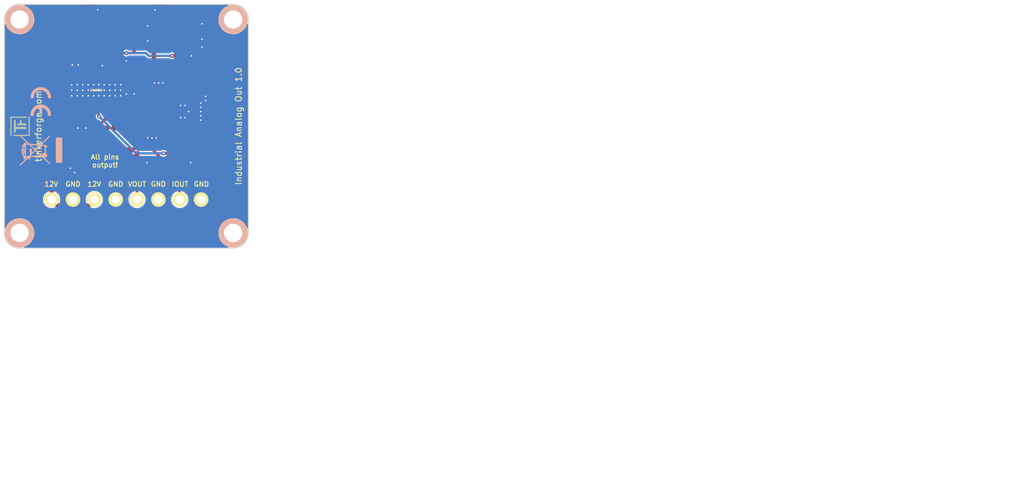
<source format=kicad_pcb>
(kicad_pcb (version 20221018) (generator pcbnew)
  (title_block (title "Industrial Analog Out") (date "Mi 01 Apr 2015") (rev "1.0") (company "Tinkerforge GmbH") (comment 1 "Copyright (©) 2015, B.Nordmeyer <bastian@tinkerforge.com>"))
  (layers (0 "F.Cu" signal) (31 "B.Cu" signal) (34 "B.Paste" user) (35 "F.Paste" user) (36 "B.SilkS" user "B.Silkscreen") (37 "F.SilkS" user "F.Silkscreen") (38 "B.Mask" user) (39 "F.Mask" user) (44 "Edge.Cuts" user))
  (net 0 "")
  (net 1 "3V3")
  (net 2 "GND")
  (net 3 "+5V")
  (net 4 "Net-(P1-Pad4)")
  (net 5 "Net-(P1-Pad5)")
  (net 6 "Net-(P1-Pad6)")
  (net 7 "Net-(P1-Pad7)")
  (net 8 "Net-(P1-Pad8)")
  (net 9 "Net-(P1-Pad9)")
  (net 10 "Net-(P1-Pad10)")
  (net 11 "+12V")
  (net 12 "Net-(D2-Pad3)")
  (net 13 "Net-(D3-Pad3)")
  (net 14 "Net-(D4-Pad1)")
  (net 15 "Net-(R4-Pad2)")
  (net 16 "Net-(R5-Pad1)")
  (net 17 "Net-(R6-Pad2)")
  (net 18 "Net-(R8-Pad2)")
  (net 19 "Net-(D1-Pad1)")
  (net 20 "Net-(R1-Pad2)")
  (net 21 "Net-(C2-Pad2)")
  (net 22 "Net-(C4-Pad1)")
  (net 23 "Net-(C4-Pad2)")
  (net 24 "Net-(C8-Pad1)")
  (net 25 "Net-(C11-Pad1)")
  (net 26 "Net-(C11-Pad2)")
  (net 27 "Net-(L4-Pad2)")
  (net 28 "Net-(U2-Pad7)")
  (net 29 "Net-(U3-Pad18)")
  (net 30 "Net-(U3-Pad20)")
  (footprint "tinkerforge:Fiducial_Mark" (layer "F.Cu") (at 117.1 112.5)
    (fp_text reference "Fiducial_Mark" hide)
    (fp_text value "VAL**" hide)
  )
  (footprint "tinkerforge:Fiducial_Mark" (layer "F.Cu") (at 154.1 87.5)
    (fp_text reference "Fiducial_Mark" hide)
    (fp_text value "VAL**" hide)
  )
  (footprint "tinkerforge:Fiducial_Mark" (layer "F.Cu") (at 117.1 87.5)
    (fp_text reference "Fiducial_Mark" hide)
    (fp_text value "VAL**" hide)
  )
  (footprint "logo:Logo_31x31" (layer "F.Cu") (at 116.6 101.6 90)
    (fp_text reference "G***" hide)
    (fp_text value "Logo_31x31" hide)
  )
  (footprint "kicad-libraries:SOD-123" (layer "F.Cu") (at 144.3 95 180)
    (fp_text reference "D1")
    (fp_text value "B0520LW")
  )
  (footprint "kicad-libraries:SOT23-3" (layer "F.Cu") (at 137.3 107)
    (fp_text reference "D2")
    (fp_text value "DESD1P0RFW")
  )
  (footprint "kicad-libraries:SOT23-3" (layer "F.Cu") (at 144.3 107)
    (fp_text reference "D3")
    (fp_text value "DESD1P0RFW")
  )
  (footprint "kicad-libraries:SOD-323" (layer "F.Cu") (at 125.1 107.6)
    (fp_text reference "D4")
    (fp_text value "CDSOD323-T15SC")
  )
  (footprint "kicad-libraries:CON-SENSOR" (layer "F.Cu") (at 135.6 80 180)
    (fp_text reference "P1")
    (fp_text value "CON-SENSOR")
  )
  (footprint "kicad-libraries:OQ_8P" (layer "F.Cu") (at 135.6 112.025)
    (fp_text reference "P2")
    (fp_text value "CONN_8")
  )
  (footprint "kicad-libraries:SOIC8" (layer "F.Cu") (at 146.5 85.1 90)
    (fp_text reference "U2")
    (fp_text value "M24C64")
  )
  (footprint "kicad-libraries:TSSOP24-44-PWR" (layer "F.Cu") (at 130.7 94.1 180)
    (fp_text reference "U3")
    (fp_text value "DACX760")
  )
  (footprint "kicad-libraries:DRILL_NP" (layer "F.Cu") (at 118.1 117.5)
    (fp_text reference "U4" hide)
    (fp_text value "DRILL" hide)
  )
  (footprint "kicad-libraries:DRILL_NP" (layer "F.Cu") (at 153.1 117.5)
    (fp_text reference "U5" hide)
    (fp_text value "DRILL" hide)
  )
  (footprint "kicad-libraries:DRILL_NP" (layer "F.Cu") (at 153.1 82.5)
    (fp_text reference "U6" hide)
    (fp_text value "DRILL" hide)
  )
  (footprint "kicad-libraries:DRILL_NP" (layer "F.Cu") (at 118.1 82.5)
    (fp_text reference "U7" hide)
    (fp_text value "DRILL" hide)
  )
  (footprint "kicad-libraries:SOT23-5" (layer "F.Cu") (at 147.8 97.6 -90)
    (fp_text reference "U1")
    (fp_text value "LMR62014X")
  )
  (footprint "kicad-libraries:NR3030" (layer "F.Cu") (at 147.8 92.5)
    (fp_text reference "L2")
    (fp_text value "10µH")
  )
  (footprint "kicad-libraries:C0805" (layer "F.Cu") (at 140.9 91.1 90)
    (fp_text reference "C1")
    (fp_text value "4.7µF")
  )
  (footprint "kicad-libraries:C0805" (layer "F.Cu") (at 148.8 95.1)
    (fp_text reference "C2")
    (fp_text value "4.7µF")
  )
  (footprint "kicad-libraries:C0603" (layer "F.Cu") (at 144.6 88.4)
    (fp_text reference "C3")
    (fp_text value "100nF")
  )
  (footprint "kicad-libraries:C0603" (layer "F.Cu") (at 144.5 99.9)
    (fp_text reference "C4")
    (fp_text value "270pF")
  )
  (footprint "kicad-libraries:C0805" (layer "F.Cu") (at 143.9 97.6 180)
    (fp_text reference "C5")
    (fp_text value "4.7µF")
  )
  (footprint "kicad-libraries:C0603" (layer "F.Cu") (at 133.9 89.3)
    (fp_text reference "C6")
    (fp_text value "100nF")
  )
  (footprint "kicad-libraries:C0805" (layer "F.Cu") (at 139.8 100.1 90)
    (fp_text reference "C7")
    (fp_text value "4.7µF")
  )
  (footprint "kicad-libraries:C0603" (layer "F.Cu") (at 128.3 99.5 -90)
    (fp_text reference "C8")
    (fp_text value "100nF")
  )
  (footprint "kicad-libraries:C0603" (layer "F.Cu") (at 136.9 96.3 -90)
    (fp_text reference "C9")
    (fp_text value "100nF")
  )
  (footprint "kicad-libraries:C0603" (layer "F.Cu") (at 135.6 96.3 -90)
    (fp_text reference "C10")
    (fp_text value "100pF")
  )
  (footprint "kicad-libraries:C0603" (layer "F.Cu") (at 130 99.5 90)
    (fp_text reference "C11")
    (fp_text value "1nF")
  )
  (footprint "kicad-libraries:C0603" (layer "F.Cu") (at 143.2 90.1 180)
    (fp_text reference "L1")
    (fp_text value "FB")
  )
  (footprint "kicad-libraries:C0603" (layer "F.Cu") (at 140.6 97.6)
    (fp_text reference "L3")
    (fp_text value "FB")
  )
  (footprint "kicad-libraries:C0603" (layer "F.Cu") (at 137.3 103.7 90)
    (fp_text reference "L4")
    (fp_text value "FB")
  )
  (footprint "kicad-libraries:R0603" (layer "F.Cu") (at 150.4 97.6 -90)
    (fp_text reference "R1")
    (fp_text value "1M")
  )
  (footprint "kicad-libraries:R0603" (layer "F.Cu") (at 147.4 99.9)
    (fp_text reference "R2")
    (fp_text value "13.3k")
  )
  (footprint "kicad-libraries:R0603" (layer "F.Cu") (at 144.5 101.2)
    (fp_text reference "R3")
    (fp_text value "118k")
  )
  (footprint "kicad-libraries:R0603" (layer "F.Cu") (at 133.9 88 180)
    (fp_text reference "R4")
    (fp_text value "10k")
  )
  (footprint "kicad-libraries:R0603" (layer "F.Cu") (at 127 99.5 -90)
    (fp_text reference "R5")
    (fp_text value "DNP")
  )
  (footprint "kicad-libraries:R0603" (layer "F.Cu") (at 133.6 99.5 90)
    (fp_text reference "R6")
    (fp_text value "15")
  )
  (footprint "kicad-libraries:R0603" (layer "F.Cu") (at 132.3 99.5 90)
    (fp_text reference "R7")
    (fp_text value "15")
  )
  (footprint "kicad-libraries:R0603" (layer "F.Cu") (at 143.4 104.45 180)
    (fp_text reference "R8")
    (fp_text value "10")
  )
  (footprint "kicad-libraries:C1206" (layer "F.Cu") (at 125.275 105.025 180)
    (fp_text reference "F1")
    (fp_text value "OZCJ0035FF2G")
  )
  (footprint "kicad-libraries:WEEE_7mm_back" (layer "B.Cu") (at 121.575 103.975 90)
    (fp_text reference "VAL" hide)
    (fp_text value "WEEE_7mm_back" hide)
  )
  (footprint "kicad-libraries:CE_5mm" (layer "B.Cu") (at 121.575 95.975 -90)
    (fp_text reference "VAL" hide)
    (fp_text value "CE_5mm" hide)
  )
  (gr_arc (start 155.6 117.5) (mid 154.867767 119.267767) (end 153.1 120) (stroke (width 0.15)) (layer "Edge.Cuts"))
  (gr_arc (start 115.6 82.5) (mid 116.332233 80.732233) (end 118.1 80) (stroke (width 0.15)) (layer "Edge.Cuts"))
  (gr_line (start 118.1 120) (end 153.1 120) (stroke (width 0.15)) (layer "Edge.Cuts"))
  (gr_arc (start 118.1 120) (mid 116.332233 119.267767) (end 115.6 117.5) (stroke (width 0.15)) (layer "Edge.Cuts"))
  (gr_arc (start 153.1 80) (mid 154.867767 80.732233) (end 155.6 82.5) (stroke (width 0.15)) (layer "Edge.Cuts"))
  (gr_line (start 115.6 82.5) (end 115.6 117.5) (stroke (width 0.15)) (layer "Edge.Cuts"))
  (gr_line (start 153.1 80) (end 118.1 80) (stroke (width 0.15)) (layer "Edge.Cuts"))
  (gr_line (start 155.6 117.5) (end 155.6 82.5) (stroke (width 0.15)) (layer "Edge.Cuts"))
  (gr_text "VOUT" (at 137.35 109.5) (layer "F.SilkS") (effects (font (size 0.8 0.8))))
  (gr_text "Industrial Analog Out 1.0" (at 154 100 90) (layer "F.SilkS") (effects (font (size 1 1))))
  (gr_text "12V" (at 123.3 109.5) (layer "F.SilkS") (effects (font (size 0.8 0.8))))
  (gr_text "IOUT" (at 144.4 109.5) (layer "F.SilkS") (effects (font (size 0.8 0.8))))
  (gr_text "GND" (at 147.9 109.5) (layer "F.SilkS") (effects (font (size 0.8 0.8))))
  (gr_text "All pins\noutput!" (at 132.1 105.7) (layer "F.SilkS") (effects (font (size 0.8 0.8))))
  (gr_text "GND" (at 140.85 109.5) (layer "F.SilkS") (effects (font (size 0.8 0.8))))
  (gr_text "GND" (at 133.85 109.5) (layer "F.SilkS") (effects (font (size 0.8 0.8))))
  (gr_text "12V" (at 130.35 109.5) (layer "F.SilkS") (effects (font (size 0.8 0.8))))
  (gr_text "GND" (at 126.85 109.5) (layer "F.SilkS") (effects (font (size 0.8 0.8))))
  (gr_text "tinkerforge.com" (at 121.2 100 90) (layer "F.SilkS") (effects (font (size 1 1))))
  (segment (start 133.62354 89.82364) (end 133.0999 89.3) (width 0.4) (layer "F.Cu") (net 1))
  (segment (start 134.65 88) (end 133.35 89.3) (width 0.4) (layer "F.Cu") (net 1))
  (segment (start 133.35 89.3) (end 133.0999 89.3) (width 0.4) (layer "F.Cu") (net 1))
  (segment (start 138.09936 86.45064) (end 136.55 88) (width 0.4) (layer "F.Cu") (net 1))
  (segment (start 136.55 88) (end 135.6 88) (width 0.4) (layer "F.Cu") (net 1))
  (segment (start 143.8249 87.02484) (end 143.80252 87.00246) (width 0.4) (layer "F.Cu") (net 1))
  (segment (start 143.8249 88.45) (end 143.075 88.45) (width 0.4) (layer "F.Cu") (net 1))
  (segment (start 133.62354 91.17646) (end 133.62354 89.82364) (width 0.4) (layer "F.Cu") (net 1))
  (segment (start 143.8249 88.45) (end 143.8249 87.02484) (width 0.4) (layer "F.Cu") (net 1))
  (segment (start 134.7001 88) (end 134.65 88) (width 0.4) (layer "F.Cu") (net 1))
  (segment (start 138.09936 84.7752) (end 138.09936 86.45064) (width 0.4) (layer "F.Cu") (net 1))
  (segment (start 135.6 88) (end 134.7001 88) (width 0.4) (layer "F.Cu") (net 1))
  (via (at 143.075 88.45) (size 0.7) (drill 0.25) (layers "F.Cu" "B.Cu") (net 1))
  (via (at 135.6 88) (size 0.7) (drill 0.25) (layers "F.Cu" "B.Cu") (net 1))
  (segment (start 139.25 88.45) (end 138.8 88) (width 0.4) (layer "B.Cu") (net 1))
  (segment (start 138.8 88) (end 135.6 88) (width 0.4) (layer "B.Cu") (net 1))
  (segment (start 143.075 88.45) (end 139.25 88.45) (width 0.4) (layer "B.Cu") (net 1))
  (segment (start 133.62354 96.07646) (end 134.2001 95.4999) (width 0.4) (layer "F.Cu") (net 2))
  (segment (start 134.2001 95.4999) (end 135.6 95.4999) (width 0.4) (layer "F.Cu") (net 2))
  (segment (start 134.27378 89.72632) (end 134.7001 89.3) (width 0.4) (layer "F.Cu") (net 2))
  (segment (start 127.77646 90.02646) (end 127.7 89.95) (width 0.4) (layer "F.Cu") (net 2))
  (segment (start 127.12622 90.32622) (end 126.75 89.95) (width 0.4) (layer "F.Cu") (net 2))
  (segment (start 131.67282 90.07718) (end 131.675 90.075) (width 0.4) (layer "F.Cu") (net 2))
  (segment (start 132.32306 90.72306) (end 131.675 90.075) (width 0.4) (layer "F.Cu") (net 2))
  (segment (start 131.02258 90.72742) (end 131.675 90.075) (width 0.4) (layer "F.Cu") (net 2))
  (segment (start 128.9499 100.3001) (end 128.95 100.3) (width 0.4) (layer "F.Cu") (net 2))
  (segment (start 129.07694 100.17306) (end 128.95 100.3) (width 0.4) (layer "F.Cu") (net 2))
  (segment (start 127.6499 100.3001) (end 127.65 100.3) (width 0.4) (layer "F.Cu") (net 2))
  (segment (start 127.6501 100.3001) (end 127.65 100.3) (width 0.4) (layer "F.Cu") (net 2))
  (segment (start 140.85018 109.80018) (end 138.189 107.139) (width 0.7) (layer "F.Cu") (net 2))
  (segment (start 138.189 107.139) (end 138.189 105.984) (width 0.7) (layer "F.Cu") (net 2))
  (segment (start 138.991 105.984) (end 139 105.975) (width 0.7) (layer "F.Cu") (net 2))
  (segment (start 147.85042 110.60042) (end 145.725 108.475) (width 0.7) (layer "F.Cu") (net 2))
  (segment (start 145.725 108.475) (end 145.725 106.52) (width 0.7) (layer "F.Cu") (net 2))
  (segment (start 145.725 106.52) (end 145.189 105.984) (width 0.7) (layer "F.Cu") (net 2))
  (segment (start 146.116 105.984) (end 146.125 105.975) (width 0.7) (layer "F.Cu") (net 2))
  (segment (start 133.84994 111.62494) (end 131.55 109.325) (width 0.7) (layer "F.Cu") (net 2))
  (segment (start 131.55 109.325) (end 127.225 109.325) (width 0.7) (layer "F.Cu") (net 2))
  (segment (start 127.225 109.325) (end 126.4208 108.5208) (width 0.7) (layer "F.Cu") (net 2))
  (segment (start 126.4208 108.5208) (end 126.4208 107.6) (width 0.7) (layer "F.Cu") (net 2))
  (segment (start 126.8497 108.9497) (end 126.4208 108.5208) (width 0.7) (layer "F.Cu") (net 2))
  (segment (start 126.4208 106.9042) (end 126.425 106.9) (width 0.7) (layer "F.Cu") (net 2))
  (segment (start 139.10012 85.99988) (end 139.1 86) (width 0.7) (layer "F.Cu") (net 2))
  (segment (start 139.10012 83.55012) (end 139.1 83.55) (width 0.7) (layer "F.Cu") (net 2))
  (segment (start 147.97746 87.00246) (end 147.975 87) (width 0.4) (layer "F.Cu") (net 2))
  (segment (start 147.98246 85.73246) (end 147.975 85.725) (width 0.4) (layer "F.Cu") (net 2))
  (segment (start 147.97746 83.19754) (end 147.975 83.2) (width 0.4) (layer "F.Cu") (net 2))
  (segment (start 131.02258 93.77742) (end 130.7 94.1) (width 0.4) (layer "F.Cu") (net 2))
  (segment (start 131.67282 93.12718) (end 130.7 94.1) (width 0.4) (layer "F.Cu") (net 2))
  (segment (start 127.77646 92.85146) (end 129.025 94.1) (width 0.4) (layer "F.Cu") (net 2))
  (segment (start 129.025 94.1) (end 130.7 94.1) (width 0.4) (layer "F.Cu") (net 2))
  (segment (start 127.12622 92.52622) (end 128.7 94.1) (width 0.4) (layer "F.Cu") (net 2))
  (segment (start 128.7 94.1) (end 130.7 94.1) (width 0.4) (layer "F.Cu") (net 2))
  (segment (start 133.62354 95.72354) (end 132 94.1) (width 0.4) (layer "F.Cu") (net 2))
  (segment (start 132 94.1) (end 130.7 94.1) (width 0.4) (layer "F.Cu") (net 2))
  (segment (start 132.32306 92.47694) (end 130.7 94.1) (width 0.4) (layer "F.Cu") (net 2))
  (segment (start 130.25 94.1) (end 129.35 95) (width 0.7) (layer "F.Cu") (net 2))
  (segment (start 130.7 94.55) (end 130.25 95) (width 0.7) (layer "F.Cu") (net 2))
  (segment (start 130.7 94.625) (end 131.075 95) (width 0.7) (layer "F.Cu") (net 2))
  (segment (start 131.075 94.1) (end 131.975 95) (width 0.7) (layer "F.Cu") (net 2))
  (segment (start 131.075 94.1) (end 131.975 93.2) (width 0.7) (layer "F.Cu") (net 2))
  (segment (start 130.7 93.575) (end 131.075 93.2) (width 0.7) (layer "F.Cu") (net 2))
  (segment (start 130.7 93.65) (end 130.25 93.2) (width 0.7) (layer "F.Cu") (net 2))
  (segment (start 130.25 94.1) (end 129.35 93.2) (width 0.7) (layer "F.Cu") (net 2))
  (segment (start 129.35 94.1) (end 128.45 93.2) (width 0.7) (layer "F.Cu") (net 2))
  (segment (start 130.9 80.9) (end 130.89916 80.89916) (width 0.254) (layer "F.Cu") (net 2))
  (segment (start 130.89916 80.89916) (end 129.80118 80.89916) (width 0.254) (layer "F.Cu") (net 2))
  (segment (start 140.3 80.9) (end 140.30084 80.89916) (width 0.254) (layer "F.Cu") (net 2))
  (segment (start 140.30084 80.89916) (end 141.39882 80.89916) (width 0.254) (layer "F.Cu") (net 2))
  (segment (start 147.79924 96.19924) (end 147.8 96.2) (width 0.7) (layer "F.Cu") (net 2))
  (segment (start 147.9 95.1) (end 148.6 95.8) (width 0.7) (layer "F.Cu") (net 2))
  (segment (start 144.90076 97.00076) (end 144.5 96.6) (width 0.7) (layer "F.Cu") (net 2))
  (segment (start 144.90076 96.89924) (end 145.2 96.6) (width 0.7) (layer "F.Cu") (net 2))
  (segment (start 144.90076 98.19924) (end 144.5 98.6) (width 0.7) (layer "F.Cu") (net 2))
  (segment (start 144.90076 98.30076) (end 145.2 98.6) (width 0.7) (layer "F.Cu") (net 2))
  (segment (start 148.2001 99.4001) (end 147.8 99) (width 0.7) (layer "F.Cu") (net 2))
  (segment (start 140.5 101.80076) (end 140.5 101.9) (width 0.7) (layer "F.Cu") (net 2))
  (segment (start 139.1 101.80076) (end 139.1 101.9) (width 0.7) (layer "F.Cu") (net 2))
  (segment (start 140.9 92.2) (end 141.6 92.9) (width 0.7) (layer "F.Cu") (net 2))
  (segment (start 140.9 92.2) (end 140.2 92.9) (width 0.7) (layer "F.Cu") (net 2))
  (segment (start 147.79924 95.1) (end 147.79924 95.10076) (width 0.7) (layer "F.Cu") (net 2))
  (segment (start 134.675 95) (end 133.775 95) (width 0.7) (layer "F.Cu") (net 2))
  (segment (start 147.79924 95.1) (end 147.79924 96.19924) (width 0.7) (layer "F.Cu") (net 2))
  (segment (start 130.7 94.1) (end 130.7 93.65) (width 0.7) (layer "F.Cu") (net 2))
  (segment (start 147.97746 87.00246) (end 149.19748 87.00246) (width 0.4) (layer "F.Cu") (net 2))
  (segment (start 132.32306 91.17646) (end 132.32306 92.47694) (width 0.4) (layer "F.Cu") (net 2))
  (segment (start 127.6499 100.3001) (end 127 100.3001) (width 0.4) (layer "F.Cu") (net 2))
  (segment (start 140.9 92.10076) (end 140.9 92.9) (width 0.7) (layer "F.Cu") (net 2))
  (segment (start 127.77646 90.02646) (end 127.77646 91.17646) (width 0.4) (layer "F.Cu") (net 2))
  (segment (start 132.32306 91.17646) (end 132.32306 90.72306) (width 0.4) (layer "F.Cu") (net 2))
  (segment (start 139.10012 84.7752) (end 139.10012 83.55012) (width 0.7) (layer "F.Cu") (net 2))
  (segment (start 133.775 95) (end 133.775 94.1) (width 0.7) (layer "F.Cu") (net 2))
  (segment (start 134.675 93.2) (end 133.775 93.2) (width 0.7) (layer "F.Cu") (net 2))
  (segment (start 127.12622 90.32622) (end 127.12622 91.17646) (width 0.4) (layer "F.Cu") (net 2))
  (segment (start 133.84994 112.025) (end 133.84994 111.62494) (width 0.7) (layer "F.Cu") (net 2))
  (segment (start 126.65 93.2) (end 127.55 93.2) (width 0.7) (layer "F.Cu") (net 2))
  (segment (start 139.8 101.10076) (end 139.8 101.9) (width 0.7) (layer "F.Cu") (net 2))
  (segment (start 147.79924 95.1) (end 147.9 95.1) (width 0.7) (layer "F.Cu") (net 2))
  (segment (start 138.189 105.984) (end 138.991 105.984) (width 0.7) (layer "F.Cu") (net 2))
  (segment (start 126.4208 107.6) (end 126.4208 106.9042) (width 0.7) (layer "F.Cu") (net 2))
  (segment (start 146.60112 97.6) (end 145.8 97.6) (width 0.7) (layer "F.Cu") (net 2))
  (segment (start 129.07694 97.02354) (end 129.07694 100.17306) (width 0.4) (layer "F.Cu") (net 2))
  (segment (start 127.55 94.1) (end 130.7 94.1) (width 0.7) (layer "F.Cu") (net 2))
  (segment (start 127.55 95) (end 127.55 94.1) (width 0.7) (layer "F.Cu") (net 2))
  (segment (start 130.7 94.1) (end 131.975 94.1) (width 0.7) (layer "F.Cu") (net 2))
  (segment (start 135.6 95.4999) (end 135.6 94.7) (width 0.7) (layer "F.Cu") (net 2))
  (segment (start 147.8 97.6) (end 147.8 96.9) (width 0.7) (layer "F.Cu") (net 2))
  (segment (start 127.55 95) (end 128.45 95) (width 0.7) (layer "F.Cu") (net 2))
  (segment (start 127.55 94.1) (end 126.65 94.1) (width 0.7) (layer "F.Cu") (net 2))
  (segment (start 127.12622 91.17646) (end 127.12622 92.52622) (width 0.4) (layer "F.Cu") (net 2))
  (segment (start 146.60112 97.6) (end 147.8 97.6) (width 0.7) (layer "F.Cu") (net 2))
  (segment (start 126.8497 112.025) (end 126.8497 108.9497) (width 0.7) (layer "F.Cu") (net 2))
  (segment (start 130.7 94.1) (end 131.075 94.1) (width 0.7) (layer "F.Cu") (net 2))
  (segment (start 131.67282 91.17646) (end 131.67282 90.07718) (width 0.4) (layer "F.Cu") (net 2))
  (segment (start 133.62354 97.02354) (end 133.62354 95.72354) (width 0.4) (layer "F.Cu") (net 2))
  (segment (start 147.98246 85.73246) (end 149.19748 85.73246) (width 0.4) (layer "F.Cu") (net 2))
  (segment (start 130.7 94.1) (end 130.25 94.1) (width 0.7) (layer "F.Cu") (net 2))
  (segment (start 126.65 95) (end 127.55 95) (width 0.7) (layer "F.Cu") (net 2))
  (segment (start 134.7001 89.3) (end 135.6 89.3) (width 0.4) (layer "F.Cu") (net 2))
  (segment (start 130.7 94.1) (end 130.7 93.575) (width 0.7) (layer "F.Cu") (net 2))
  (segment (start 136.9 94.7) (end 136.9 95.4999) (width 0.4) (layer "F.Cu") (net 2))
  (segment (start 147.85042 112.025) (end 147.85042 110.60042) (width 0.7) (layer "F.Cu") (net 2))
  (segment (start 133.775 93.2) (end 133.775 94.1) (width 0.7) (layer "F.Cu") (net 2))
  (segment (start 133.775 95) (end 132.875 95) (width 0.7) (layer "F.Cu") (net 2))
  (segment (start 144.90076 97.6) (end 144.90076 98.30076) (width 0.7) (layer "F.Cu") (net 2))
  (segment (start 133.775 94.1) (end 130.7 94.1) (width 0.7) (layer "F.Cu") (net 2))
  (segment (start 144.90076 97.6) (end 144.90076 98.19924) (width 0.7) (layer "F.Cu") (net 2))
  (segment (start 148.2001 99.9) (end 148.2001 99.4001) (width 0.7) (layer "F.Cu") (net 2))
  (segment (start 147.8 96.9) (end 147.8 96.2) (width 0.7) (layer "F.Cu") (net 2))
  (segment (start 145.4251 88.45) (end 146.275 88.45) (width 0.4) (layer "F.Cu") (net 2))
  (segment (start 144.90076 97.6) (end 144.90076 97.00076) (width 0.7) (layer "F.Cu") (net 2))
  (segment (start 127.77646 91.17646) (end 127.77646 92.85146) (width 0.4) (layer "F.Cu") (net 2))
  (segment (start 147.8 99) (end 147.8 98.3) (width 0.7) (layer "F.Cu") (net 2))
  (segment (start 133.775 93.2) (end 132.875 93.2) (width 0.7) (layer "F.Cu") (net 2))
  (segment (start 127.55 93.2) (end 127.55 94.1) (width 0.7) (layer "F.Cu") (net 2))
  (segment (start 134.27378 91.17646) (end 134.27378 89.72632) (width 0.4) (layer "F.Cu") (net 2))
  (segment (start 146.116 105.984) (end 145.189 105.984) (width 0.7) (layer "F.Cu") (net 2))
  (segment (start 140.9 92.10076) (end 140.9 92.2) (width 0.7) (layer "F.Cu") (net 2))
  (segment (start 147.97746 83.19754) (end 149.19748 83.19754) (width 0.4) (layer "F.Cu") (net 2))
  (segment (start 139.8 101.10076) (end 140.5 101.80076) (width 0.7) (layer "F.Cu") (net 2))
  (segment (start 130.7 94.1) (end 129.35 94.1) (width 0.7) (layer "F.Cu") (net 2))
  (segment (start 135.6 95.4999) (end 136.9 95.4999) (width 0.4) (layer "F.Cu") (net 2))
  (segment (start 131.67282 91.17646) (end 131.67282 93.12718) (width 0.4) (layer "F.Cu") (net 2))
  (segment (start 130.7 94.1) (end 130.7 94.625) (width 0.7) (layer "F.Cu") (net 2))
  (segment (start 139.10012 84.7752) (end 139.10012 85.99988) (width 0.7) (layer "F.Cu") (net 2))
  (segment (start 133.62354 97.02354) (end 133.62354 96.07646) (width 0.4) (layer "F.Cu") (net 2))
  (segment (start 126.4208 107.6) (end 127.125 107.6) (width 0.7) (layer "F.Cu") (net 2))
  (segment (start 127.55 94.1) (end 128.45 94.1) (width 0.7) (layer "F.Cu") (net 2))
  (segment (start 131.02258 91.17646) (end 131.02258 90.72742) (width 0.4) (layer "F.Cu") (net 2))
  (segment (start 147.79924 95.1) (end 148.6 95.1) (width 0.7) (layer "F.Cu") (net 2))
  (segment (start 139.8 101.10076) (end 139.1 101.80076) (width 0.7) (layer "F.Cu") (net 2))
  (segment (start 133.775 94.1) (end 134.675 94.1) (width 0.7) (layer "F.Cu") (net 2))
  (segment (start 128.3 100.3001) (end 127.6501 100.3001) (width 0.4) (layer "F.Cu") (net 2))
  (segment (start 133.775 94.1) (end 132.875 94.1) (width 0.7) (layer "F.Cu") (net 2))
  (segment (start 144.90076 97.6) (end 144.90076 96.89924) (width 0.7) (layer "F.Cu") (net 2))
  (segment (start 130.7 94.1) (end 130.7 94.55) (width 0.7) (layer "F.Cu") (net 2))
  (segment (start 131.02258 91.17646) (end 131.02258 93.77742) (width 0.4) (layer "F.Cu") (net 2))
  (segment (start 147.8 98.3) (end 147.8 97.6) (width 0.7) (layer "F.Cu") (net 2))
  (segment (start 140.85018 112.025) (end 140.85018 109.80018) (width 0.7) (layer "F.Cu") (net 2))
  (segment (start 128.9499 100.3001) (end 128.3 100.3001) (width 0.4) (layer "F.Cu") (net 2))
  (via (at 141.6 92.9) (size 0.7) (drill 0.25) (layers "F.Cu" "B.Cu") (net 2))
  (via (at 133.775 95) (size 0.7) (drill 0.25) (layers "F.Cu" "B.Cu") (net 2))
  (via (at 148.6 95.1) (size 0.7) (drill 0.25) (layers "F.Cu" "B.Cu") (net 2))
  (via (at 132.875 93.2) (size 0.7) (drill 0.25) (layers "F.Cu" "B.Cu") (net 2))
  (via (at 146.275 88.45) (size 0.7) (drill 0.25) (layers "F.Cu" "B.Cu") (net 2))
  (via (at 127.7 89.95) (size 0.7) (drill 0.25) (layers "F.Cu" "B.Cu") (net 2))
  (via (at 147.975 83.2) (size 0.7) (drill 0.25) (layers "F.Cu" "B.Cu") (net 2))
  (via (at 131.975 95) (size 0.7) (drill 0.25) (layers "F.Cu" "B.Cu") (net 2))
  (via (at 126.65 94.1) (size 0.7) (drill 0.25) (layers "F.Cu" "B.Cu") (net 2))
  (via (at 144.5 98.6) (size 0.7) (drill 0.25) (layers "F.Cu" "B.Cu") (net 2))
  (via (at 135.6 89.3) (size 0.7) (drill 0.25) (layers "F.Cu" "B.Cu") (net 2))
  (via (at 134.675 95) (size 0.7) (drill 0.25) (layers "F.Cu" "B.Cu") (net 2))
  (via (at 129.35 93.2) (size 0.7) (drill 0.25) (layers "F.Cu" "B.Cu") (net 2))
  (via (at 130.25 95) (size 0.7) (drill 0.25) (layers "F.Cu" "B.Cu") (net 2))
  (via (at 139 105.975) (size 0.7) (drill 0.25) (layers "F.Cu" "B.Cu") (net 2))
  (via (at 139.1 101.9) (size 0.7) (drill 0.25) (layers "F.Cu" "B.Cu") (net 2))
  (via (at 131.975 94.1) (size 0.7) (drill 0.25) (layers "F.Cu" "B.Cu") (net 2))
  (via (at 127.55 94.1) (size 0.7) (drill 0.25) (layers "F.Cu" "B.Cu") (net 2))
  (via (at 140.3 80.9) (size 0.7) (drill 0.25) (layers "F.Cu" "B.Cu") (net 2))
  (via (at 146.125 105.975) (size 0.7) (drill 0.25) (layers "F.Cu" "B.Cu") (net 2))
  (via (at 126.425 106.9) (size 0.7) (drill 0.25) (layers "F.Cu" "B.Cu") (net 2))
  (via (at 147.8 97.6) (size 0.7) (drill 0.25) (layers "F.Cu" "B.Cu") (net 2))
  (via (at 133.775 93.2) (size 0.7) (drill 0.25) (layers "F.Cu" "B.Cu") (net 2))
  (via (at 147.8 99) (size 0.7) (drill 0.25) (layers "F.Cu" "B.Cu") (net 2))
  (via (at 130.25 94.1) (size 0.7) (drill 0.25) (layers "F.Cu" "B.Cu") (net 2))
  (via (at 140.5 101.9) (size 0.7) (drill 0.25) (layers "F.Cu" "B.Cu") (net 2))
  (via (at 128.45 94.1) (size 0.7) (drill 0.25) (layers "F.Cu" "B.Cu") (net 2))
  (via (at 144.5 96.6) (size 0.7) (drill 0.25) (layers "F.Cu" "B.Cu") (net 2))
  (via (at 126.75 89.95) (size 0.7) (drill 0.25) (layers "F.Cu" "B.Cu") (net 2))
  (via (at 130.9 80.9) (size 0.7) (drill 0.25) (layers "F.Cu" "B.Cu") (net 2))
  (via (at 131.075 95) (size 0.7) (drill 0.25) (layers "F.Cu" "B.Cu") (net 2))
  (via (at 140.2 92.9) (size 0.7) (drill 0.25) (layers "F.Cu" "B.Cu") (net 2))
  (via (at 145.2 96.6) (size 0.7) (drill 0.25) (layers "F.Cu" "B.Cu") (net 2))
  (via (at 145.2 98.6) (size 0.7) (drill 0.25) (layers "F.Cu" "B.Cu") (net 2))
  (via (at 128.95 100.3) (size 0.7) (drill 0.25) (layers "F.Cu" "B.Cu") (net 2))
  (via (at 128.45 93.2) (size 0.7) (drill 0.25) (layers "F.Cu" "B.Cu") (net 2))
  (via (at 131.675 90.075) (size 0.7) (drill 0.25) (layers "F.Cu" "B.Cu") (net 2))
  (via (at 127.125 107.6) (size 0.7) (drill 0.25) (layers "F.Cu" "B.Cu") (net 2))
  (via (at 127.65 100.3) (size 0.7) (drill 0.25) (layers "F.Cu" "B.Cu") (net 2))
  (via (at 147.8 96.2) (size 0.7) (drill 0.25) (layers "F.Cu" "B.Cu") (net 2))
  (via (at 139.1 86) (size 0.7) (drill 0.25) (layers "F.Cu" "B.Cu") (net 2))
  (via (at 132.875 95) (size 0.7) (drill 0.25) (layers "F.Cu" "B.Cu") (net 2))
  (via (at 131.975 93.2) (size 0.7) (drill 0.25) (layers "F.Cu" "B.Cu") (net 2))
  (via (at 136.9 94.7) (size 0.7) (drill 0.25) (layers "F.Cu" "B.Cu") (net 2))
  (via (at 147.975 87) (size 0.7) (drill 0.25) (layers "F.Cu" "B.Cu") (net 2))
  (via (at 128.45 95) (size 0.7) (drill 0.25) (layers "F.Cu" "B.Cu") (net 2))
  (via (at 139.1 83.55) (size 0.7) (drill 0.25) (layers "F.Cu" "B.Cu") (net 2))
  (via (at 126.65 93.2) (size 0.7) (drill 0.25) (layers "F.Cu" "B.Cu") (net 2))
  (via (at 129.35 95) (size 0.7) (drill 0.25) (layers "F.Cu" "B.Cu") (net 2))
  (via (at 147.8 96.9) (size 0.7) (drill 0.25) (layers "F.Cu" "B.Cu") (net 2))
  (via (at 134.675 94.1) (size 0.7) (drill 0.25) (layers "F.Cu" "B.Cu") (net 2))
  (via (at 127.55 95) (size 0.7) (drill 0.25) (layers "F.Cu" "B.Cu") (net 2))
  (via (at 135.6 94.7) (size 0.7) (drill 0.25) (layers "F.Cu" "B.Cu") (net 2))
  (via (at 131.075 94.1) (size 0.7) (drill 0.25) (layers "F.Cu" "B.Cu") (net 2))
  (via (at 131.075 93.2) (size 0.7) (drill 0.25) (layers "F.Cu" "B.Cu") (net 2))
  (via (at 133.775 94.1) (size 0.7) (drill 0.25) (layers "F.Cu" "B.Cu") (net 2))
  (via (at 145.8 97.6) (size 0.7) (drill 0.25) (layers "F.Cu" "B.Cu") (net 2))
  (via (at 132.875 94.1) (size 0.7) (drill 0.25) (layers "F.Cu" "B.Cu") (net 2))
  (via (at 148.6 95.8) (size 0.7) (drill 0.25) (layers "F.Cu" "B.Cu") (net 2))
  (via (at 130.25 93.2) (size 0.7) (drill 0.25) (layers "F.Cu" "B.Cu") (net 2))
  (via (at 126.65 95) (size 0.7) (drill 0.25) (layers "F.Cu" "B.Cu") (net 2))
  (via (at 134.675 93.2) (size 0.7) (drill 0.25) (layers "F.Cu" "B.Cu") (net 2))
  (via (at 147.8 98.3) (size 0.7) (drill 0.25) (layers "F.Cu" "B.Cu") (net 2))
  (via (at 129.35 94.1) (size 0.7) (drill 0.25) (layers "F.Cu" "B.Cu") (net 2))
  (via (at 140.9 92.9) (size 0.7) (drill 0.25) (layers "F.Cu" "B.Cu") (net 2))
  (via (at 147.975 85.725) (size 0.7) (drill 0.25) (layers "F.Cu" "B.Cu") (net 2))
  (via (at 127.55 93.2) (size 0.7) (drill 0.25) (layers "F.Cu" "B.Cu") (net 2))
  (via (at 139.8 101.9) (size 0.7) (drill 0.25) (layers "F.Cu" "B.Cu") (net 2))
  (segment (start 126.425 101.525) (end 127.65 100.3) (width 0.254) (layer "B.Cu") (net 2))
  (segment (start 127.35 105.975) (end 126.425 106.9) (width 0.254) (layer "B.Cu") (net 2))
  (segment (start 131.675 89.975) (end 136.4 94.7) (width 0.254) (layer "B.Cu") (net 2))
  (segment (start 136.4 94.7) (end 136.9 94.7) (width 0.254) (layer "B.Cu") (net 2))
  (segment (start 127.825 90.075) (end 127.7 89.95) (width 0.254) (layer "B.Cu") (net 2))
  (segment (start 132.45 89.3) (end 131.675 90.075) (width 0.254) (layer "B.Cu") (net 2))
  (segment (start 146.525 88.45) (end 147.975 87) (width 0.254) (layer "B.Cu") (net 2))
  (segment (start 131.675 81.675) (end 130.9 80.9) (width 0.254) (layer "B.Cu") (net 2))
  (segment (start 139.1 82.1) (end 140.3 80.9) (width 0.254) (layer "B.Cu") (net 2))
  (segment (start 147.975 85.725) (end 147.975 83.2) (width 0.254) (layer "B.Cu") (net 2))
  (segment (start 131.675 90.075) (end 131.675 81.675) (width 0.254) (layer "B.Cu") (net 2))
  (segment (start 146.275 88.45) (end 146.525 88.45) (width 0.254) (layer "B.Cu") (net 2))
  (segment (start 139.1 83.55) (end 139.1 82.1) (width 0.254) (layer "B.Cu") (net 2))
  (segment (start 130.9 80.9) (end 140.3 80.9) (width 0.254) (layer "B.Cu") (net 2))
  (segment (start 135.6 89.3) (end 132.45 89.3) (width 0.254) (layer "B.Cu") (net 2))
  (segment (start 131.675 90.075) (end 131.675 89.975) (width 0.254) (layer "B.Cu") (net 2))
  (segment (start 139 105.975) (end 127.35 105.975) (width 0.254) (layer "B.Cu") (net 2))
  (segment (start 127.7 89.95) (end 126.75 89.95) (width 0.254) (layer "B.Cu") (net 2))
  (segment (start 131.675 90.075) (end 127.825 90.075) (width 0.254) (layer "B.Cu") (net 2))
  (segment (start 126.425 106.9) (end 126.425 101.525) (width 0.254) (layer "B.Cu") (net 2))
  (segment (start 139 105.975) (end 146.125 105.975) (width 0.254) (layer "B.Cu") (net 2))
  (segment (start 147.975 87) (end 147.975 85.725) (width 0.254) (layer "B.Cu") (net 2))
  (segment (start 140.90076 90.1) (end 140.9 90.09924) (width 0.7) (layer "F.Cu") (net 3))
  (segment (start 140.10088 89.30012) (end 140.9 90.09924) (width 0.7) (layer "F.Cu") (net 3))
  (segment (start 142.3999 90.1) (end 140.90076 90.1) (width 1) (layer "F.Cu") (net 3))
  (segment (start 140.10088 84.7752) (end 140.10088 89.30012) (width 0.7) (layer "F.Cu") (net 3))
  (segment (start 137.10114 83.77386) (end 138.1 82.775) (width 0.254) (layer "F.Cu") (net 4))
  (segment (start 138.1 82.775) (end 139.675 82.775) (width 0.254) (layer "F.Cu") (net 4))
  (segment (start 139.675 82.775) (end 141.36754 84.46754) (width 0.254) (layer "F.Cu") (net 4))
  (segment (start 141.36754 84.46754) (end 143.80252 84.46754) (width 0.254) (layer "F.Cu") (net 4))
  (segment (start 137.10114 84.7752) (end 137.10114 83.77386) (width 0.254) (layer "F.Cu") (net 4))
  (segment (start 140.82254 83.19754) (end 139.9 82.275) (width 0.254) (layer "F.Cu") (net 5))
  (segment (start 139.9 82.275) (end 137.675 82.275) (width 0.254) (layer "F.Cu") (net 5))
  (segment (start 137.675 82.275) (end 136.10038 83.84962) (width 0.254) (layer "F.Cu") (net 5))
  (segment (start 136.10038 83.84962) (end 136.10038 84.7752) (width 0.254) (layer "F.Cu") (net 5))
  (segment (start 143.80252 83.19754) (end 140.82254 83.19754) (width 0.254) (layer "F.Cu") (net 5))
  (segment (start 147.06754 84.46754) (end 145.025 82.425) (width 0.254) (layer "F.Cu") (net 6))
  (segment (start 145.025 82.425) (end 140.9 82.425) (width 0.254) (layer "F.Cu") (net 6))
  (segment (start 140.9 82.425) (end 140.275 81.8) (width 0.254) (layer "F.Cu") (net 6))
  (segment (start 140.275 81.8) (end 136.825 81.8) (width 0.254) (layer "F.Cu") (net 6))
  (segment (start 136.825 81.8) (end 135.09962 83.52538) (width 0.254) (layer "F.Cu") (net 6))
  (segment (start 135.09962 83.52538) (end 135.09962 84.7752) (width 0.254) (layer "F.Cu") (net 6))
  (segment (start 149.19748 84.46754) (end 147.06754 84.46754) (width 0.254) (layer "F.Cu") (net 6))
  (segment (start 134.09886 86.40114) (end 133.3 87.2) (width 0.254) (layer "F.Cu") (net 7))
  (segment (start 133.3 87.2) (end 131.975 87.2) (width 0.254) (layer "F.Cu") (net 7))
  (segment (start 131.975 87.2) (end 130.37742 88.79758) (width 0.254) (layer "F.Cu") (net 7))
  (segment (start 130.37742 88.79758) (end 130.37742 91.17646) (width 0.254) (layer "F.Cu") (net 7))
  (segment (start 134.09886 84.7752) (end 134.09886 86.40114) (width 0.254) (layer "F.Cu") (net 7))
  (segment (start 133.10064 86.14936) (end 132.55 86.7) (width 0.254) (layer "F.Cu") (net 8))
  (segment (start 132.55 86.7) (end 131.6 86.7) (width 0.254) (layer "F.Cu") (net 8))
  (segment (start 131.6 86.7) (end 129.72718 88.57282) (width 0.254) (layer "F.Cu") (net 8))
  (segment (start 129.72718 88.57282) (end 129.72718 91.17646) (width 0.254) (layer "F.Cu") (net 8))
  (segment (start 133.10064 84.7752) (end 133.10064 86.14936) (width 0.254) (layer "F.Cu") (net 8))
  (segment (start 132.09988 85.77512) (end 131.7 86.175) (width 0.254) (layer "F.Cu") (net 9))
  (segment (start 131.7 86.175) (end 131.25 86.175) (width 0.254) (layer "F.Cu") (net 9))
  (segment (start 131.25 86.175) (end 129.07694 88.34806) (width 0.254) (layer "F.Cu") (net 9))
  (segment (start 129.07694 88.34806) (end 129.07694 91.17646) (width 0.254) (layer "F.Cu") (net 9))
  (segment (start 132.09988 84.7752) (end 132.09988 85.77512) (width 0.254) (layer "F.Cu") (net 9))
  (segment (start 131.09912 85.32588) (end 128.4267 87.9983) (width 0.254) (layer "F.Cu") (net 10))
  (segment (start 128.4267 87.9983) (end 128.4267 91.17646) (width 0.254) (layer "F.Cu") (net 10))
  (segment (start 131.09912 84.7752) (end 131.09912 85.32588) (width 0.254) (layer "F.Cu") (net 10))
  (segment (start 135.52344 97.02354) (end 135.6 97.1001) (width 0.4) (layer "F.Cu") (net 11))
  (segment (start 132.2 103.675) (end 128.12614 103.675) (width 0.4) (layer "F.Cu") (net 11))
  (segment (start 128.12614 103.675) (end 126.77614 105.025) (width 0.4) (layer "F.Cu") (net 11))
  (segment (start 136.411 104.161) (end 135.925 103.675) (width 0.4) (layer "F.Cu") (net 11))
  (segment (start 135.925 103.675) (end 132.2 103.675) (width 0.4) (layer "F.Cu") (net 11))
  (segment (start 142.034 105.984) (end 139.725 103.675) (width 0.4) (layer "F.Cu") (net 11))
  (segment (start 139.725 103.675) (end 128.12614 103.675) (width 0.4) (layer "F.Cu") (net 11))
  (segment (start 139.8 97.6001) (end 139.7999 97.6) (width 0.7) (layer "F.Cu") (net 11))
  (segment (start 138.39924 99.09924) (end 136.9 97.6) (width 0.7) (layer "F.Cu") (net 11))
  (segment (start 136.9 97.6) (end 136.9 97.1001) (width 0.7) (layer "F.Cu") (net 11))
  (segment (start 138.39924 102.34924) (end 138.39924 99.09924) (width 0.4) (layer "F.Cu") (net 11))
  (segment (start 136.411 105.984) (end 136.411 104.161) (width 0.4) (layer "F.Cu") (net 11))
  (segment (start 134.27378 97.02354) (end 135.52344 97.02354) (width 0.4) (layer "F.Cu") (net 11))
  (segment (start 139.8 99.09924) (end 139.8 97.6001) (width 0.7) (layer "F.Cu") (net 11))
  (segment (start 139.8 99.09924) (end 138.39924 99.09924) (width 0.7) (layer "F.Cu") (net 11))
  (segment (start 135.6 97.1001) (end 136.9 97.1001) (width 0.4) (layer "F.Cu") (net 11))
  (segment (start 143.411 105.984) (end 142.034 105.984) (width 0.4) (layer "F.Cu") (net 11))
  (segment (start 139.725 103.675) (end 138.39924 102.34924) (width 0.4) (layer "F.Cu") (net 11))
  (segment (start 137.35006 108.05082) (end 137.3 108.00076) (width 0.4) (layer "F.Cu") (net 12))
  (segment (start 137.3 108.00076) (end 137.3 104.5001) (width 0.4) (layer "F.Cu") (net 12))
  (segment (start 137.35006 112.025) (end 137.35006 108.05082) (width 0.4) (layer "F.Cu") (net 12))
  (segment (start 144.3 111.9747) (end 144.3503 112.025) (width 0.4) (layer "F.Cu") (net 13))
  (segment (start 144.3 108.00076) (end 144.3 111.9747) (width 0.4) (layer "F.Cu") (net 13))
  (segment (start 144.3 104.5001) (end 144.3 108.00076) (width 0.4) (layer "F.Cu") (net 13))
  (segment (start 123.34958 110.32542) (end 123.7792 109.8958) (width 0.7) (layer "F.Cu") (net 14))
  (segment (start 123.7792 109.8958) (end 123.7792 107.6) (width 0.7) (layer "F.Cu") (net 14))
  (segment (start 123.7792 105.03034) (end 123.77386 105.025) (width 0.7) (layer "F.Cu") (net 14))
  (segment (start 127.97482 114.4) (end 125.72458 114.4) (width 0.7) (layer "F.Cu") (net 14))
  (segment (start 125.72458 114.4) (end 123.34958 112.025) (width 0.7) (layer "F.Cu") (net 14))
  (segment (start 130.34982 112.025) (end 127.97482 114.4) (width 0.7) (layer "F.Cu") (net 14))
  (segment (start 123.34958 112.025) (end 123.34958 110.32542) (width 0.7) (layer "F.Cu") (net 14))
  (segment (start 123.7792 107.6) (end 123.7792 105.03034) (width 0.7) (layer "F.Cu") (net 14))
  (segment (start 132.9733 90.4233) (end 132.4 89.85) (width 0.254) (layer "F.Cu") (net 15))
  (segment (start 132.4 89.85) (end 132.4 88.6999) (width 0.254) (layer "F.Cu") (net 15))
  (segment (start 132.4 88.6999) (end 133.0999 88) (width 0.254) (layer "F.Cu") (net 15))
  (segment (start 132.9733 91.17646) (end 132.9733 90.4233) (width 0.254) (layer "F.Cu") (net 15))
  (segment (start 127.12622 98.57368) (end 127 98.6999) (width 0.4) (layer "F.Cu") (net 16))
  (segment (start 127.12622 97.02354) (end 127.12622 98.57368) (width 0.4) (layer "F.Cu") (net 16))
  (segment (start 132.9733 97.8733) (end 133.6 98.5) (width 0.35) (layer "F.Cu") (net 17))
  (segment (start 133.6 98.5) (end 133.6 98.6999) (width 0.35) (layer "F.Cu") (net 17))
  (segment (start 132.9733 97.02354) (end 132.9733 97.8733) (width 0.35) (layer "F.Cu") (net 17))
  (segment (start 131.02258 98.27258) (end 131.15 98.4) (width 0.4) (layer "F.Cu") (net 18))
  (segment (start 141.7 104.45) (end 142.5999 104.45) (width 0.4) (layer "F.Cu") (net 18))
  (segment (start 131.02258 97.02354) (end 131.02258 98.27258) (width 0.4) (layer "F.Cu") (net 18))
  (via (at 131.15 98.4) (size 0.7) (drill 0.25) (layers "F.Cu" "B.Cu") (net 18))
  (via (at 141.7 104.45) (size 0.7) (drill 0.25) (layers "F.Cu" "B.Cu") (net 18))
  (segment (start 131.15 98.4) (end 137.2 104.45) (width 0.4) (layer "B.Cu") (net 18))
  (segment (start 137.2 104.45) (end 141.7 104.45) (width 0.4) (layer "B.Cu") (net 18))
  (segment (start 146.60112 95.452) (end 146.14912 95) (width 0.7) (layer "F.Cu") (net 19))
  (segment (start 146.60018 94.54894) (end 146.14912 95) (width 0.7) (layer "F.Cu") (net 19))
  (segment (start 146.60112 96.65004) (end 146.60112 95.452) (width 0.7) (layer "F.Cu") (net 19))
  (segment (start 146.60018 92.5) (end 146.60018 94.54894) (width 0.7) (layer "F.Cu") (net 19))
  (segment (start 150.25014 98.54996) (end 150.4 98.4001) (width 0.7) (layer "F.Cu") (net 20))
  (segment (start 148.99888 98.54996) (end 150.25014 98.54996) (width 0.7) (layer "F.Cu") (net 20))
  (segment (start 150.25014 96.65004) (end 150.4 96.7999) (width 0.7) (layer "F.Cu") (net 21))
  (segment (start 149.80076 96.20066) (end 150.4 96.7999) (width 0.7) (layer "F.Cu") (net 21))
  (segment (start 149.80076 90.80076) (end 149.1 90.1) (width 1) (layer "F.Cu") (net 21))
  (segment (start 149.1 90.1) (end 148.2 90.1) (width 1) (layer "F.Cu") (net 21))
  (segment (start 148.99982 90.89982) (end 148.2 90.1) (width 1) (layer "F.Cu") (net 21))
  (segment (start 148.2 90.1) (end 144.0001 90.1) (width 1) (layer "F.Cu") (net 21))
  (segment (start 148.99982 92.5) (end 148.99982 90.89982) (width 1) (layer "F.Cu") (net 21))
  (segment (start 149.80076 95.1) (end 149.80076 90.80076) (width 1) (layer "F.Cu") (net 21))
  (segment (start 148.99888 96.65004) (end 150.25014 96.65004) (width 0.7) (layer "F.Cu") (net 21))
  (segment (start 149.80076 95.1) (end 149.80076 96.20066) (width 0.7) (layer "F.Cu") (net 21))
  (segment (start 142.45088 97.15164) (end 142.89924 97.6) (width 0.7) (layer "F.Cu") (net 22))
  (segment (start 142.8999 97.60066) (end 142.89924 97.6) (width 0.7) (layer "F.Cu") (net 22))
  (segment (start 142.8999 99.7) (end 142.8999 97.60066) (width 0.7) (layer "F.Cu") (net 22))
  (segment (start 143.6999 101.2) (end 142.8999 101.2) (width 0.7) (layer "F.Cu") (net 22))
  (segment (start 143.6999 99.9) (end 142.8999 99.9) (width 0.7) (layer "F.Cu") (net 22))
  (segment (start 142.8999 99.9) (end 142.8999 99.7) (width 0.7) (layer "F.Cu") (net 22))
  (segment (start 142.45088 95) (end 142.45088 97.15164) (width 0.7) (layer "F.Cu") (net 22))
  (segment (start 142.8999 101.2) (end 142.8999 99.9) (width 0.7) (layer "F.Cu") (net 22))
  (segment (start 142.89924 97.6) (end 141.4001 97.6) (width 0.7) (layer "F.Cu") (net 22))
  (segment (start 146.6 99.9001) (end 146.5999 99.9) (width 0.7) (layer "F.Cu") (net 23))
  (segment (start 146.5999 98.55118) (end 146.60112 98.54996) (width 0.7) (layer "F.Cu") (net 23))
  (segment (start 145.3001 99.9) (end 145.3001 101.2) (width 0.7) (layer "F.Cu") (net 23))
  (segment (start 146.5999 99.9) (end 145.3001 99.9) (width 0.7) (layer "F.Cu") (net 23))
  (segment (start 146.5999 99.9) (end 146.5999 98.55118) (width 0.7) (layer "F.Cu") (net 23))
  (segment (start 128.4267 98.5732) (end 128.3 98.6999) (width 0.4) (layer "F.Cu") (net 24))
  (segment (start 127.77646 98.17636) (end 128.3 98.6999) (width 0.4) (layer "F.Cu") (net 24))
  (segment (start 127.77646 97.02354) (end 127.77646 98.17636) (width 0.4) (layer "F.Cu") (net 24))
  (segment (start 128.4267 97.02354) (end 128.4267 98.5732) (width 0.4) (layer "F.Cu") (net 24))
  (segment (start 132.32306 98.67684) (end 132.3 98.6999) (width 0.35) (layer "F.Cu") (net 25))
  (segment (start 130.6998 100.3001) (end 132.3 98.6999) (width 0.4) (layer "F.Cu") (net 25))
  (segment (start 132.32306 97.02354) (end 132.32306 98.67684) (width 0.35) (layer "F.Cu") (net 25))
  (segment (start 129.975 100.3001) (end 130.6998 100.3001) (width 0.4) (layer "F.Cu") (net 25))
  (segment (start 129.72718 98.45208) (end 129.975 98.6999) (width 0.4) (layer "F.Cu") (net 26))
  (segment (start 129.72718 97.02354) (end 129.72718 98.45208) (width 0.4) (layer "F.Cu") (net 26))
  (segment (start 135.5001 100.3001) (end 137.3 102.1) (width 0.4) (layer "F.Cu") (net 27))
  (segment (start 137.3 102.1) (end 137.3 102.8999) (width 0.4) (layer "F.Cu") (net 27))
  (segment (start 132.3 100.3001) (end 133.6 100.3001) (width 0.35) (layer "F.Cu") (net 27))
  (segment (start 133.6 100.3001) (end 135.5001 100.3001) (width 0.4) (layer "F.Cu") (net 27))
  (zone (net 2) (net_name "GND") (layer "F.Cu") (connect_pads (clearance 0.2)) (min_thickness 0.15) (fill yes (thermal_gap 0) (thermal_bridge_width 0.2))
    (polygon (pts (xy 138.2 90.2) (xy 138.2 98) (xy 123.2 98) (xy 123.2 90.2)))
  )
  (zone (net 2) (net_name "GND") (layer "F.Cu") (connect_pads (clearance 0.2)) (min_thickness 0.15) (fill yes (thermal_gap 0) (thermal_bridge_width 0.2))
    (polygon (pts (xy 148.6 100.3) (xy 147.1 100.3) (xy 147.1 99) (xy 144.1 99) (xy 144.1 96.2) (xy 145.6 96.2) (xy 145.6 96.9) (xy 147.2 96.9) (xy 147.2 94.4) (xy 148.8 94.4) (xy 148.8 96.2) (xy 148.6 96.2)))
  )
  (zone (net 19) (net_name "Net-(D1-Pad1)") (layer "F.Cu") (connect_pads (clearance 0.2)) (min_thickness 0.15) (fill yes (thermal_gap 0) (thermal_bridge_width 0.2))
    (polygon (pts (xy 147 96.5) (xy 145.8 96.5) (xy 145.8 96) (xy 145.5 96) (xy 145.5 91.1) (xy 147 91)))
  )
  (zone (net 21) (net_name "Net-(C2-Pad2)") (layer "F.Cu") (connect_pads (clearance 0.2)) (min_thickness 0.15) (fill yes (thermal_gap 0) (thermal_bridge_width 0.2))
    (polygon (pts (xy 149.1 97.2) (xy 149.1 91.1) (xy 150.8 91.1) (xy 150.8 97.2)))
  )
  (zone (net 22) (net_name "Net-(C4-Pad1)") (layer "F.Cu") (connect_pads (clearance 0.2)) (min_thickness 0.15) (fill yes (thermal_gap 0) (thermal_bridge_width 0.2))
    (polygon (pts (xy 143.4 94.6) (xy 143.4 101.7) (xy 141.8 101.7) (xy 141.8 94.6)))
  )
  (zone (net 2) (net_name "GND") (layer "B.Cu") (connect_pads (clearance 0.2)) (min_thickness 0.15) (fill yes (thermal_gap 0) (thermal_bridge_width 0.2))
    (polygon (pts (xy 115.6 80) (xy 155.6 80) (xy 155.6 120) (xy 115.6 120)))
  )
)
</source>
